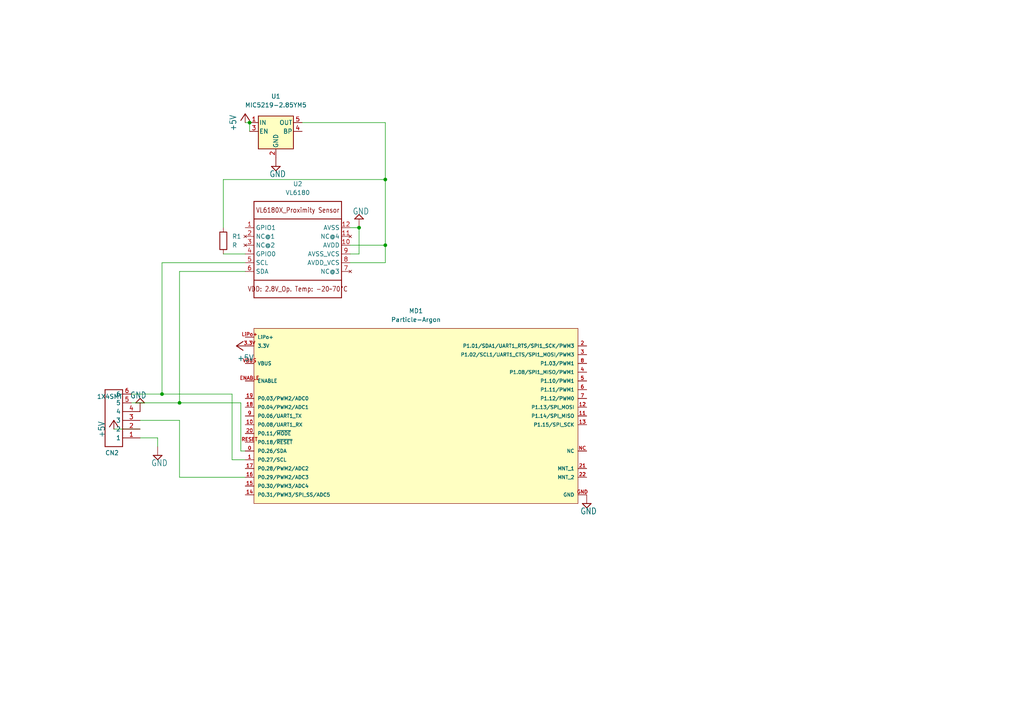
<source format=kicad_sch>
(kicad_sch (version 20211123) (generator eeschema)
  (paper "A4")
  (lib_symbols
    (symbol "Adafruit NeoPixel 8 Stick-eagle-import:+5V" (power)
      (property "Value" "+5V" (at -2.54 -5.08 90))
      (symbol "+5V_1_0"
        (polyline (pts (xy 0 0) (xy -1.27 -1.905)) (stroke (width 0.254)))
        (polyline (pts (xy 1.27 -1.905) (xy 0 0)) (stroke (width 0.254)))
        (pin power_in line (at 0 -2.54 90) (length 2.54) (name "+5V") (number "1"))
      )
    )
    (symbol "Adafruit NeoPixel 8 Stick-eagle-import:1X4SMT"
      (property "Reference" "CN" (at 5.08 7.62 0))
      (property "Value" "1X4SMT" (at 0 -10.16 0))
      (symbol "1X4SMT_1_0"
        (polyline (pts (xy 0 -11.43) (xy 0 5.08)) (stroke (width 0.254)))
        (polyline (pts (xy 0 5.08) (xy 5.08 5.08)) (stroke (width 0.254)))
        (polyline (pts (xy 5.08 -11.43) (xy 0 -11.43)) (stroke (width 0.254)))
        (polyline (pts (xy 5.08 5.08) (xy 5.08 -11.43)) (stroke (width 0.254)))
        (pin bidirectional line (at -5.08 2.54 0) (length 5.08) (name "1") (number "1"))
        (pin bidirectional line (at -5.08 0 0) (length 5.08) (name "2") (number "2"))
        (pin bidirectional line (at -5.08 -2.54 0) (length 5.08) (name "3") (number "3"))
        (pin bidirectional line (at -5.08 -5.08 0) (length 5.08) (name "4") (number "4"))
      )
      (symbol "1X4SMT_1_1"
        (pin bidirectional line (at -2.54 -7.62 0) (length 2.54) (name "5") (number "5"))
        (pin bidirectional line (at -2.54 -10.16 0) (length 2.54) (name "6") (number "6"))
      )
    )
    (symbol "Adafruit NeoPixel 8 Stick-eagle-import:GND" (power)
      (property "Value" "GND" (at -1.905 -3.175 0))
      (symbol "GND_1_0"
        (polyline (pts (xy -1.27 0) (xy 1.27 0)) (stroke (width 0.254)))
        (polyline (pts (xy 0 -1.27) (xy -1.27 0)) (stroke (width 0.254)))
        (polyline (pts (xy 1.27 0) (xy 0 -1.27)) (stroke (width 0.254)))
        (pin power_in line (at 0 2.54 270) (length 2.54) (name "GND") (number "1"))
      )
    )
    (symbol "Adafruit VL6180:VL6180"
      (property "Reference" "U" (at -12.7 13.1826 0))
      (property "Value" "VL6180" (at -12.7 -17.5514 0))
      (symbol "VL6180_1_0"
        (polyline (pts (xy -12.7 -15.24) (xy 12.7 -15.24)) (stroke (width 0.254)))
        (polyline (pts (xy -12.7 -10.16) (xy -12.7 -15.24)) (stroke (width 0.254)))
        (polyline (pts (xy -12.7 -10.16) (xy -12.7 7.62)) (stroke (width 0.254)))
        (polyline (pts (xy -12.7 7.62) (xy -12.7 12.7)) (stroke (width 0.254)))
        (polyline (pts (xy -12.7 7.62) (xy 12.7 7.62)) (stroke (width 0.254)))
        (polyline (pts (xy -12.7 12.7) (xy 12.7 12.7)) (stroke (width 0.254)))
        (polyline (pts (xy 12.7 -15.24) (xy 12.7 -10.16)) (stroke (width 0.254)))
        (polyline (pts (xy 12.7 -10.16) (xy -12.7 -10.16)) (stroke (width 0.254)))
        (polyline (pts (xy 12.7 7.62) (xy 12.7 -10.16)) (stroke (width 0.254)))
        (polyline (pts (xy 12.7 12.7) (xy 12.7 7.62)) (stroke (width 0.254)))
        (text "VDD: 2.8V_Op. Temp: -20~70°C" (at 0 -12.7 0) (effects (font (size 1.4224 1.209))))
        (text "VL6180X_Proximity Sensor" (at 0 10.16 0) (effects (font (size 1.4224 1.209))))
        (pin bidirectional line (at -15.24 5.08 0) (length 2.54) (name "GPIO1") (number "1"))
        (pin power_in line (at 15.24 0 180) (length 2.54) (name "AVDD") (number "10"))
        (pin no_connect line (at 15.24 2.54 180) (length 2.54) (name "NC@4") (number "11"))
        (pin power_in line (at 15.24 5.08 180) (length 2.54) (name "AVSS") (number "12"))
        (pin no_connect line (at -15.24 2.54 0) (length 2.54) (name "NC@1") (number "2"))
        (pin no_connect line (at -15.24 0 0) (length 2.54) (name "NC@2") (number "3"))
        (pin bidirectional line (at -15.24 -2.54 0) (length 2.54) (name "GPIO0") (number "4"))
        (pin input line (at -15.24 -5.08 0) (length 2.54) (name "SCL") (number "5"))
        (pin bidirectional line (at -15.24 -7.62 0) (length 2.54) (name "SDA") (number "6"))
        (pin no_connect line (at 15.24 -7.62 180) (length 2.54) (name "NC@3") (number "7"))
        (pin power_in line (at 15.24 -5.08 180) (length 2.54) (name "AVDD_VCS") (number "8"))
        (pin power_in line (at 15.24 -2.54 180) (length 2.54) (name "AVSS_VCS") (number "9"))
      )
    )
    (symbol "Device:R" (pin_numbers hide) (pin_names (offset 0))
      (property "Reference" "R" (at 2.032 0 90))
      (property "Value" "R" (at 0 0 90))
      (symbol "R_0_1"
        (rectangle (start -1.016 -2.54) (end 1.016 2.54) (stroke (width 0.254)))
      )
      (symbol "R_1_1"
        (pin passive line (at 0 3.81 270) (length 1.27) (name "~") (number "1"))
        (pin passive line (at 0 -3.81 90) (length 1.27) (name "~") (number "2"))
      )
    )
    (symbol "Particle_Argon:Particle-Argon" (pin_names (offset 1.016))
      (property "Reference" "MD" (at 0 5.08 0))
      (property "Value" "Particle-Argon" (at 0 7.62 0))
      (symbol "Particle-Argon_1_1"
        (rectangle (start 5.08 2.54) (end 99.06 -48.26) (fill (type background)))
        (pin bidirectional line (at 2.54 -33.02 0) (length 2.54) (name "P0.26/SDA") (number "0"))
        (pin bidirectional line (at 2.54 -35.56 0) (length 2.54) (name "P0.27/SCL") (number "1"))
        (pin bidirectional line (at 2.54 -25.4 0) (length 2.54) (name "P0.08/UART1_RX") (number "10"))
        (pin bidirectional line (at 101.6 -22.86 180) (length 2.54) (name "P1.14/SPI_MISO") (number "11"))
        (pin bidirectional line (at 101.6 -20.32 180) (length 2.54) (name "P1.13/SPI_MOSI") (number "12"))
        (pin bidirectional line (at 101.6 -25.4 180) (length 2.54) (name "P1.15/SPI_SCK") (number "13"))
        (pin bidirectional line (at 2.54 -45.72 0) (length 2.54) (name "P0.31/PWM3/SPI_SS/ADC5") (number "14"))
        (pin bidirectional line (at 2.54 -43.18 0) (length 2.54) (name "P0.30/PWM3/ADC4") (number "15"))
        (pin bidirectional line (at 2.54 -40.64 0) (length 2.54) (name "P0.29/PWM2/ADC3") (number "16"))
        (pin bidirectional line (at 2.54 -38.1 0) (length 2.54) (name "P0.28/PWM2/ADC2") (number "17"))
        (pin bidirectional line (at 2.54 -20.32 0) (length 2.54) (name "P0.04/PWM2/ADC1") (number "18"))
        (pin bidirectional line (at 2.54 -17.78 0) (length 2.54) (name "P0.03/PWM2/ADC0") (number "19"))
        (pin bidirectional line (at 101.6 -2.54 180) (length 2.54) (name "P1.01/SDA1/UART1_RTS/SPI1_SCK/PWM3") (number "2"))
        (pin bidirectional line (at 2.54 -27.94 0) (length 2.54) (name "P0.11/~{MODE}") (number "20"))
        (pin passive line (at 101.6 -38.1 180) (length 2.54) (name "MNT_1") (number "21"))
        (pin passive line (at 101.6 -40.64 180) (length 2.54) (name "MNT_2") (number "22"))
        (pin bidirectional line (at 101.6 -5.08 180) (length 2.54) (name "P1.02/SCL1/UART1_CTS/SPI1_MOSI/PWM3") (number "3"))
        (pin power_in line (at 2.54 -2.54 0) (length 2.54) (name "3.3V") (number "3.3V"))
        (pin bidirectional line (at 101.6 -10.16 180) (length 2.54) (name "P1.08/SPI1_MISO/PWM1") (number "4"))
        (pin bidirectional line (at 101.6 -12.7 180) (length 2.54) (name "P1.10/PWM1") (number "5"))
        (pin bidirectional line (at 101.6 -15.24 180) (length 2.54) (name "P1.11/PWM1") (number "6"))
        (pin bidirectional line (at 101.6 -17.78 180) (length 2.54) (name "P1.12/PWM0") (number "7"))
        (pin bidirectional line (at 101.6 -7.62 180) (length 2.54) (name "P1.03/PWM1") (number "8"))
        (pin bidirectional line (at 2.54 -22.86 0) (length 2.54) (name "P0.06/UART1_TX") (number "9"))
        (pin input line (at 2.54 -12.7 0) (length 2.54) (name "ENABLE") (number "ENABLE"))
        (pin power_in line (at 101.6 -45.72 180) (length 2.54) (name "GND") (number "GND"))
        (pin power_in line (at 2.54 0 0) (length 2.54) (name "LiPo+") (number "LiPo+"))
        (pin passive line (at 101.6 -33.02 180) (length 2.54) (name "NC") (number "NC"))
        (pin bidirectional line (at 2.54 -30.48 0) (length 2.54) (name "P0.18/~{RESET}") (number "RESET"))
        (pin power_in line (at 2.54 -7.62 0) (length 2.54) (name "VBUS") (number "VBUS"))
      )
    )
    (symbol "Regulator_Linear:MIC5219-2.85YM5" (pin_names (offset 0.254))
      (property "Reference" "U" (at -3.81 5.715 0))
      (property "Value" "MIC5219-2.85YM5" (at 0 5.715 0))
      (symbol "MIC5219-2.85YM5_0_1"
        (rectangle (start -5.08 4.445) (end 5.08 -5.08) (stroke (width 0.254)) (fill (type background)))
      )
      (symbol "MIC5219-2.85YM5_1_1"
        (pin power_in line (at -7.62 2.54 0) (length 2.54) (name "IN") (number "1"))
        (pin power_in line (at 0 -7.62 90) (length 2.54) (name "GND") (number "2"))
        (pin input line (at -7.62 0 0) (length 2.54) (name "EN") (number "3"))
        (pin input line (at 7.62 0 180) (length 2.54) (name "BP") (number "4"))
        (pin power_out line (at 7.62 2.54 180) (length 2.54) (name "OUT") (number "5"))
      )
    )
  )
  (junction (at 111.76 71.12))
  (junction (at 52.07 116.84))
  (junction (at 72.39 35.56))
  (junction (at 111.76 52.07))
  (junction (at 46.99 114.3))
  (junction (at 104.14 66.04))
  (wire (pts (xy 52.07 138.43) (xy 52.07 121.92)))
  (wire (pts (xy 38.1 116.84) (xy 52.07 116.84)))
  (wire (pts (xy 104.14 73.66) (xy 104.14 66.04)))
  (wire (pts (xy 40.64 127) (xy 45.72 127)))
  (wire (pts (xy 45.72 127) (xy 45.72 129.54)))
  (wire (pts (xy 64.77 52.07) (xy 111.76 52.07)))
  (wire (pts (xy 69.85 130.81) (xy 71.12 130.81)))
  (wire (pts (xy 67.31 133.35) (xy 71.12 133.35)))
  (wire (pts (xy 101.6 66.04) (xy 104.14 66.04)))
  (wire (pts (xy 111.76 52.07) (xy 111.76 71.12)))
  (wire (pts (xy 111.76 71.12) (xy 111.76 76.2)))
  (wire (pts (xy 67.31 114.3) (xy 67.31 133.35)))
  (wire (pts (xy 69.85 116.84) (xy 69.85 130.81)))
  (wire (pts (xy 101.6 76.2) (xy 111.76 76.2)))
  (wire (pts (xy 46.99 76.2) (xy 46.99 114.3)))
  (wire (pts (xy 71.12 35.56) (xy 72.39 35.56)))
  (wire (pts (xy 52.07 78.74) (xy 52.07 116.84)))
  (wire (pts (xy 71.12 78.74) (xy 52.07 78.74)))
  (wire (pts (xy 64.77 66.04) (xy 64.77 52.07)))
  (wire (pts (xy 111.76 71.12) (xy 101.6 71.12)))
  (wire (pts (xy 71.12 76.2) (xy 46.99 76.2)))
  (wire (pts (xy 71.12 138.43) (xy 52.07 138.43)))
  (wire (pts (xy 33.02 124.46) (xy 40.64 124.46)))
  (wire (pts (xy 38.1 114.3) (xy 46.99 114.3)))
  (wire (pts (xy 101.6 73.66) (xy 104.14 73.66)))
  (wire (pts (xy 52.07 116.84) (xy 69.85 116.84)))
  (wire (pts (xy 87.63 35.56) (xy 111.76 35.56)))
  (wire (pts (xy 64.77 73.66) (xy 71.12 73.66)))
  (wire (pts (xy 72.39 35.56) (xy 72.39 38.1)))
  (wire (pts (xy 52.07 121.92) (xy 40.64 121.92)))
  (wire (pts (xy 46.99 114.3) (xy 67.31 114.3)))
  (wire (pts (xy 111.76 35.56) (xy 111.76 52.07)))
  (symbol (lib_id "Adafruit NeoPixel 8 Stick-eagle-import:GND") (at 170.18 146.05 0) (unit 1)
    (property "Reference" "#SUPPLY0101" (effects hide))
    (property "Value" "GND" (at 168.275 149.225 0) (effects (font (size 1.778 1.5113)) (justify left bottom)))
    (property "Footprint" "Adafruit NeoPixel 8 Stick:" (effects hide))
  )
  (symbol (lib_id "Adafruit NeoPixel 8 Stick-eagle-import:GND") (at 40.64 116.84 180) (unit 1)
    (property "Reference" "#SUPPLY02" (effects hide))
    (property "Value" "GND" (at 42.545 113.665 0) (effects (font (size 1.778 1.5113)) (justify left bottom)))
    (property "Footprint" "Adafruit NeoPixel 8 Stick:" (effects hide))
  )
  (symbol (lib_id "Adafruit NeoPixel 8 Stick-eagle-import:+5V") (at 68.58 100.33 90) (unit 1)
    (property "Reference" "#P+0101" (effects hide))
    (property "Value" "+5V" (at 73.66 102.87 90) (effects (font (size 1.778 1.5113)) (justify left bottom)))
    (property "Footprint" "Adafruit NeoPixel 8 Stick:" (effects hide))
  )
  (symbol (lib_id "Adafruit NeoPixel 8 Stick-eagle-import:+5V") (at 33.02 121.92 0) (unit 1)
    (property "Reference" "#P+011" (effects hide))
    (property "Value" "+5V" (at 30.48 127 90) (effects (font (size 1.778 1.5113)) (justify left bottom)))
    (property "Footprint" "Adafruit NeoPixel 8 Stick:" (effects hide))
  )
  (symbol (lib_id "Adafruit VL6180:VL6180") (at 86.36 71.12 0) (unit 1)
    (property "Reference" "U2" (at 86.36 53.34 0))
    (property "Value" "VL6180" (at 86.36 55.88 0))
    (property "Footprint" "Adafruit VL6180:VL6180" (effects hide))
  )
  (symbol (lib_id "Adafruit NeoPixel 8 Stick-eagle-import:GND") (at 104.14 63.5 0) (mirror x) (unit 1)
    (property "Reference" "#SUPPLY0102" (effects hide))
    (property "Value" "GND" (at 102.235 60.325 0) (effects (font (size 1.778 1.5113)) (justify left bottom)))
    (property "Footprint" "Adafruit NeoPixel 8 Stick:" (effects hide))
  )
  (symbol (lib_id "Adafruit NeoPixel 8 Stick-eagle-import:GND") (at 45.72 132.08 0) (unit 1)
    (property "Reference" "#SUPPLY07" (effects hide))
    (property "Value" "GND" (at 43.815 135.255 0) (effects (font (size 1.778 1.5113)) (justify left bottom)))
    (property "Footprint" "Adafruit NeoPixel 8 Stick:" (effects hide))
  )
  (symbol (lib_id "Adafruit NeoPixel 8 Stick-eagle-import:GND") (at 80.01 48.26 0) (unit 1)
    (property "Reference" "#SUPPLY0103" (effects hide))
    (property "Value" "GND" (at 78.105 51.435 0) (effects (font (size 1.778 1.5113)) (justify left bottom)))
    (property "Footprint" "Adafruit NeoPixel 8 Stick:" (effects hide))
  )
  (symbol (lib_id "Adafruit NeoPixel 8 Stick-eagle-import:1X4SMT") (at 35.56 124.46 180) (unit 1)
    (property "Reference" "CN2" (at 30.48 132.08 0) (effects (justify right top)))
    (property "Value" "1X4SMT" (at 35.56 114.3 0) (effects (justify left bottom)))
    (property "Footprint" "Adafruit NeoPixel 8 Stick:1X4-SMT" (effects hide))
  )
  (symbol (lib_id "Regulator_Linear:MIC5219-2.85YM5") (at 80.01 38.1 0) (unit 1)
    (property "Reference" "U1" (at 80.01 27.94 0))
    (property "Value" "MIC5219-2.85YM5" (at 80.01 30.48 0))
    (property "Footprint" "Package_TO_SOT_SMD:SOT-23-5" (effects hide))
    (property "Datasheet" "http://ww1.microchip.com/downloads/en/DeviceDoc/MIC5219-500mA-Peak-Output-LDO-Regulator-DS20006021A.pdf" (effects hide))
  )
  (symbol (lib_id "Adafruit NeoPixel 8 Stick-eagle-import:+5V") (at 71.12 33.02 0) (unit 1)
    (property "Reference" "#P+0102" (effects hide))
    (property "Value" "+5V" (at 68.58 38.1 90) (effects (font (size 1.778 1.5113)) (justify left bottom)))
    (property "Footprint" "Adafruit NeoPixel 8 Stick:" (effects hide))
  )
  (symbol (lib_id "Particle_Argon:Particle-Argon") (at 68.58 97.79 0) (unit 1)
    (property "Reference" "MD1" (at 120.65 90.17 0))
    (property "Value" "Particle-Argon" (at 120.65 92.71 0))
    (property "Footprint" "Particle_Argon:Particle-Argon-0-0-MD1" (effects hide))
    (property "Datasheet" "https://docs.particle.io/datasheets/wi-fi/argon-datasheet/" (effects hide))
    (property "automotive" "No" (effects hide))
    (property "category" "UNK" (effects hide))
    (property "data rate" "2Mbits/s" (effects hide))
    (property "device class L1" "Integrated Circuits (ICs)" (effects hide))
    (property "device class L2" "RF Semiconductors and Devices" (effects hide))
    (property "device class L3" "Transceivers" (effects hide))
    (property "digikey description" "Bluetooth, WiFi 802.11b/g/n, Bluetooth v5.0 Transceiver Module 2.4GHz Integrated, Chip + U.FL Through Hole" (effects hide))
    (property "digikey part number" "1878-1022-ND" (effects hide))
    (property "interface" "I2C,SPI,UART,USB" (effects hide))
    (property "lead free" "Yes" (effects hide))
    (property "library id" "e0558b8e09437f9b" (effects hide))
    (property "manufacturer" "Particle" (effects hide))
    (property "max frequency" "2500MHz" (effects hide))
    (property "max supply voltage" "4.4V" (effects hide))
    (property "min supply voltage" "3V" (effects hide))
    (property "mouser part number" "465-ARGN-H" (effects hide))
    (property "nominal supply current" "20-8000uA" (effects hide))
    (property "number of ADC channels" "6" (effects hide))
    (property "number of GPIO" "20" (effects hide))
    (property "package" "PTH_MODULE_22MM86_50MM8" (effects hide))
    (property "rohs" "Yes" (effects hide))
    (property "temperature range high" "+60°C" (effects hide))
    (property "temperature range low" "-20°C" (effects hide))
  )
  (symbol (lib_id "Device:R") (at 64.77 69.85 0) (unit 1)
    (property "Reference" "R1" (at 67.31 68.5799 0) (effects (justify left)))
    (property "Value" "R" (at 67.31 71.1199 0) (effects (justify left)))
    (property "Footprint" "Resistor_THT:R_Axial_DIN0207_L6.3mm_D2.5mm_P7.62mm_Horizontal" (effects hide))
  )
)
</source>
